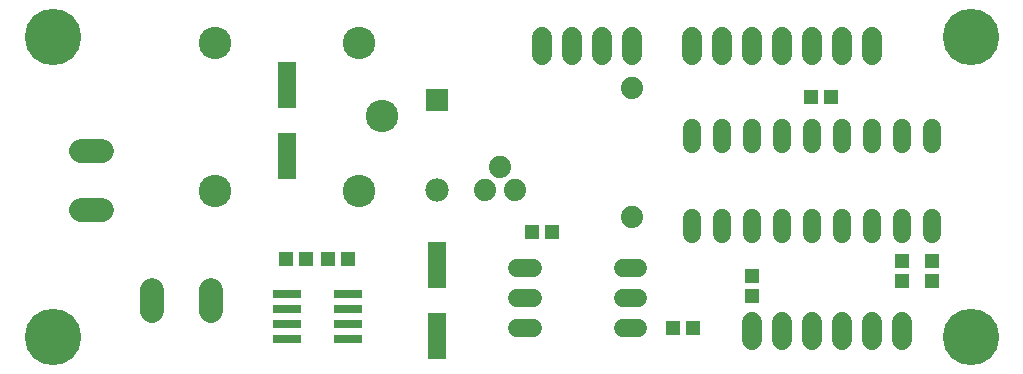
<source format=gbr>
G75*
G70*
%OFA0B0*%
%FSLAX24Y24*%
%IPPOS*%
%LPD*%
%AMOC8*
5,1,8,0,0,1.08239X$1,22.5*
%
%ADD10C,0.0600*%
%ADD11R,0.0513X0.0474*%
%ADD12C,0.0785*%
%ADD13R,0.0946X0.0316*%
%ADD14R,0.0631X0.1576*%
%ADD15C,0.0680*%
%ADD16C,0.1080*%
%ADD17C,0.0740*%
%ADD18C,0.0780*%
%ADD19R,0.0780X0.0780*%
%ADD20R,0.0474X0.0513*%
%ADD21C,0.1880*%
D10*
X016861Y001781D02*
X017381Y001781D01*
X017381Y002781D02*
X016861Y002781D01*
X016861Y003781D02*
X017381Y003781D01*
X020381Y003781D02*
X020901Y003781D01*
X020901Y002781D02*
X020381Y002781D01*
X020381Y001781D02*
X020901Y001781D01*
X022681Y004921D02*
X022681Y005441D01*
X023681Y005441D02*
X023681Y004921D01*
X024681Y004921D02*
X024681Y005441D01*
X025681Y005441D02*
X025681Y004921D01*
X026681Y004921D02*
X026681Y005441D01*
X027681Y005441D02*
X027681Y004921D01*
X028681Y004921D02*
X028681Y005441D01*
X029681Y005441D02*
X029681Y004921D01*
X030681Y004921D02*
X030681Y005441D01*
X030681Y007921D02*
X030681Y008441D01*
X029681Y008441D02*
X029681Y007921D01*
X028681Y007921D02*
X028681Y008441D01*
X027681Y008441D02*
X027681Y007921D01*
X026681Y007921D02*
X026681Y008441D01*
X025681Y008441D02*
X025681Y007921D01*
X024681Y007921D02*
X024681Y008441D01*
X023681Y008441D02*
X023681Y007921D01*
X022681Y007921D02*
X022681Y008441D01*
D11*
X026647Y009481D03*
X027316Y009481D03*
X029681Y004016D03*
X030681Y004016D03*
X030681Y003347D03*
X029681Y003347D03*
X024681Y003516D03*
X024681Y002847D03*
X011216Y004081D03*
X010547Y004081D03*
X009816Y004081D03*
X009147Y004081D03*
D12*
X006666Y003034D02*
X006666Y002329D01*
X004697Y002329D02*
X004697Y003034D01*
X003034Y005697D02*
X002329Y005697D01*
X002329Y007666D02*
X003034Y007666D01*
D13*
X009188Y002921D03*
X009188Y002421D03*
X009188Y001921D03*
X009188Y001421D03*
X011235Y001421D03*
X011235Y001921D03*
X011235Y002421D03*
X011235Y002921D03*
D14*
X014181Y003863D03*
X014181Y001500D03*
X009181Y007500D03*
X009181Y009863D03*
D15*
X017681Y010881D02*
X017681Y011481D01*
X018681Y011481D02*
X018681Y010881D01*
X019681Y010881D02*
X019681Y011481D01*
X020681Y011481D02*
X020681Y010881D01*
X022681Y010881D02*
X022681Y011481D01*
X023681Y011481D02*
X023681Y010881D01*
X024681Y010881D02*
X024681Y011481D01*
X025681Y011481D02*
X025681Y010881D01*
X026681Y010881D02*
X026681Y011481D01*
X027681Y011481D02*
X027681Y010881D01*
X028681Y010881D02*
X028681Y011481D01*
X028681Y001981D02*
X028681Y001381D01*
X027681Y001381D02*
X027681Y001981D01*
X026681Y001981D02*
X026681Y001381D01*
X025681Y001381D02*
X025681Y001981D01*
X024681Y001981D02*
X024681Y001381D01*
X029681Y001381D02*
X029681Y001981D01*
D16*
X012370Y008839D03*
X011583Y011280D03*
X006780Y011280D03*
X006780Y006359D03*
X011583Y006359D03*
D17*
X015781Y006381D03*
X016781Y006381D03*
X016281Y007131D03*
X020681Y005481D03*
X020681Y009781D03*
D18*
X014181Y006381D03*
D19*
X014181Y009381D03*
D20*
X017347Y004981D03*
X018016Y004981D03*
X022047Y001781D03*
X022716Y001781D03*
D21*
X001381Y001481D03*
X001381Y011481D03*
X031981Y011481D03*
X031981Y001481D03*
M02*

</source>
